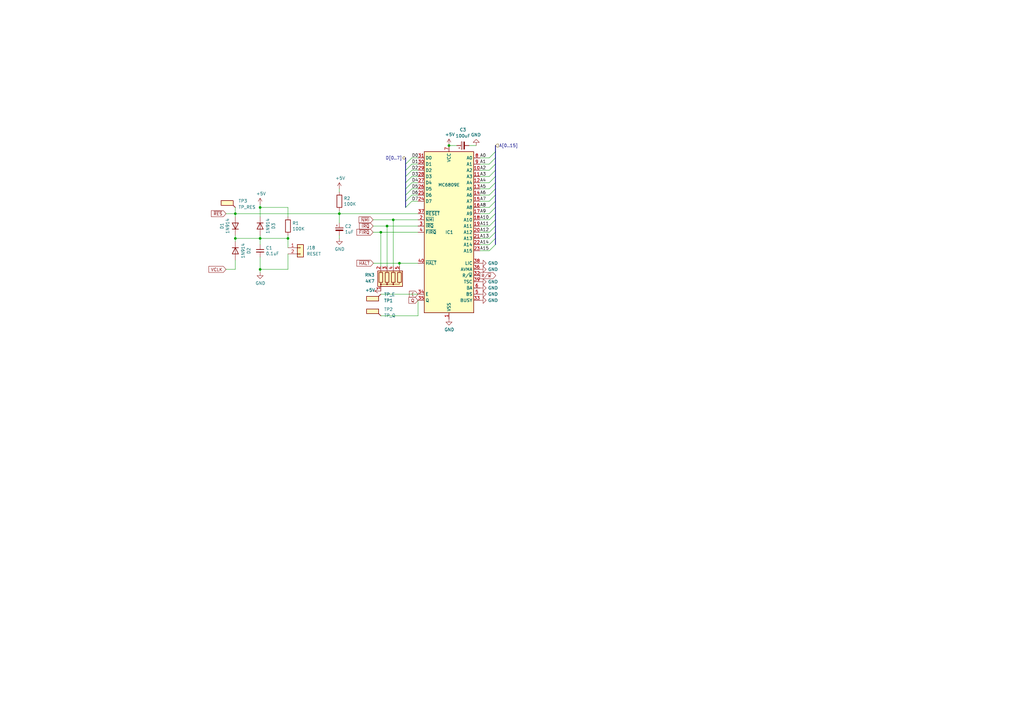
<source format=kicad_sch>
(kicad_sch (version 20231120) (generator "eeschema") (generator_version "8.0")
  (paper "A3")
  (lib_symbols
    (symbol "CPU_NXP_6800:MC6809E"
      (property "Reference" "U" (at -7.62 34.544 0))
      (property "Value" "MC6809E" (at 10.16 34.544 0))
      (symbol "MC6809E_0_1"
        (rectangle (start -10.16 -33.02) (end 10.16 33.02) (stroke (width 0.254)) (fill (type background)))
      )
      (symbol "MC6809E_1_1"
        (pin power_in line (at 0 -35.56 90) (length 2.54) (name "VSS") (number "1"))
        (pin output line (at 12.7 25.4 180) (length 2.54) (name "A2") (number "10"))
        (pin output line (at 12.7 22.86 180) (length 2.54) (name "A3") (number "11"))
        (pin output line (at 12.7 20.32 180) (length 2.54) (name "A4") (number "12"))
        (pin output line (at 12.7 17.78 180) (length 2.54) (name "A5") (number "13"))
        (pin output line (at 12.7 15.24 180) (length 2.54) (name "A6") (number "14"))
        (pin output line (at 12.7 12.7 180) (length 2.54) (name "A7") (number "15"))
        (pin output line (at 12.7 10.16 180) (length 2.54) (name "A8") (number "16"))
        (pin output line (at 12.7 7.62 180) (length 2.54) (name "A9") (number "17"))
        (pin output line (at 12.7 5.08 180) (length 2.54) (name "A10") (number "18"))
        (pin output line (at 12.7 2.54 180) (length 2.54) (name "A11") (number "19"))
        (pin input line (at -12.7 5.08 0) (length 2.54) (name "~{NMI}") (number "2"))
        (pin output line (at 12.7 0 180) (length 2.54) (name "A12") (number "20"))
        (pin output line (at 12.7 -2.54 180) (length 2.54) (name "A13") (number "21"))
        (pin output line (at 12.7 -5.08 180) (length 2.54) (name "A14") (number "22"))
        (pin output line (at 12.7 -7.62 180) (length 2.54) (name "A15") (number "23"))
        (pin bidirectional line (at -12.7 12.7 0) (length 2.54) (name "D7") (number "24"))
        (pin bidirectional line (at -12.7 15.24 0) (length 2.54) (name "D6") (number "25"))
        (pin bidirectional line (at -12.7 17.78 0) (length 2.54) (name "D5") (number "26"))
        (pin bidirectional line (at -12.7 20.32 0) (length 2.54) (name "D4") (number "27"))
        (pin bidirectional line (at -12.7 22.86 0) (length 2.54) (name "D3") (number "28"))
        (pin bidirectional line (at -12.7 25.4 0) (length 2.54) (name "D2") (number "29"))
        (pin input line (at -12.7 2.54 0) (length 2.54) (name "~{IRQ}") (number "3"))
        (pin bidirectional line (at -12.7 27.94 0) (length 2.54) (name "D1") (number "30"))
        (pin bidirectional line (at -12.7 30.48 0) (length 2.54) (name "D0") (number "31"))
        (pin output line (at 12.7 -17.78 180) (length 2.54) (name "R/~{W}") (number "32"))
        (pin output line (at 12.7 -27.94 180) (length 2.54) (name "BUSY") (number "33"))
        (pin input line (at -12.7 -25.4 0) (length 2.54) (name "E") (number "34"))
        (pin input line (at -12.7 -27.94 0) (length 2.54) (name "Q") (number "35"))
        (pin output line (at 12.7 -15.24 180) (length 2.54) (name "AVMA") (number "36"))
        (pin input line (at -12.7 7.62 0) (length 2.54) (name "~{RESET}") (number "37"))
        (pin output line (at 12.7 -12.7 180) (length 2.54) (name "LIC") (number "38"))
        (pin output line (at 12.7 -20.32 180) (length 2.54) (name "TSC") (number "39"))
        (pin input line (at -12.7 0 0) (length 2.54) (name "~{FIRQ}") (number "4"))
        (pin input line (at -12.7 -12.7 0) (length 2.54) (name "~{HALT}") (number "40"))
        (pin output line (at 12.7 -25.4 180) (length 2.54) (name "BS") (number "5"))
        (pin output line (at 12.7 -22.86 180) (length 2.54) (name "BA") (number "6"))
        (pin power_in line (at 0 35.56 270) (length 2.54) (name "VCC") (number "7"))
        (pin output line (at 12.7 30.48 180) (length 2.54) (name "A0") (number "8"))
        (pin output line (at 12.7 27.94 180) (length 2.54) (name "A1") (number "9"))
      )
    )
    (symbol "Connector:TestPoint_Flag" (pin_numbers hide) (pin_names (offset 0.762) hide)
      (property "Reference" "TP" (at 3.429 1.778 0))
      (property "Value" "TestPoint_Flag" (at 3.302 4.191 0))
      (symbol "TestPoint_Flag_0_1"
        (polyline (pts (xy 0 0) (xy 0.889 0.889)) (stroke (width 0.254)))
        (rectangle (start 0.889 2.794) (end 5.842 0.889) (stroke (width 0.254)) (fill (type background)))
      )
      (symbol "TestPoint_Flag_1_1"
        (pin passive line (at 0 0 90) (length 0) (name "1") (number "1"))
      )
    )
    (symbol "Connector_Generic:Conn_01x02" (pin_names (offset 1.016) hide)
      (property "Reference" "J" (at 0 2.54 0))
      (property "Value" "Conn_01x02" (at 0 -5.08 0))
      (symbol "Conn_01x02_1_1"
        (rectangle (start -1.27 -2.413) (end 0 -2.667) (stroke (width 0.1524)))
        (rectangle (start -1.27 0.127) (end 0 -0.127) (stroke (width 0.1524)))
        (rectangle (start -1.27 1.27) (end 1.27 -3.81) (stroke (width 0.254)) (fill (type background)))
        (pin passive line (at -5.08 0 0) (length 3.81) (name "Pin_1") (number "1"))
        (pin passive line (at -5.08 -2.54 0) (length 3.81) (name "Pin_2") (number "2"))
      )
    )
    (symbol "Device:CP_Small" (pin_numbers hide) (pin_names (offset 0.254) hide)
      (property "Reference" "C" (at 0.254 1.778 0))
      (property "Value" "Device_CP_Small" (at 0.254 -2.032 0))
      (symbol "CP_Small_0_1"
        (rectangle (start -1.524 -0.3048) (end 1.524 -0.6858) (fill (type outline)))
        (rectangle (start -1.524 0.6858) (end 1.524 0.3048))
        (polyline (pts (xy -1.27 1.524) (xy -0.762 1.524)))
        (polyline (pts (xy -1.016 1.27) (xy -1.016 1.778)))
      )
      (symbol "CP_Small_1_1"
        (pin passive line (at 0 2.54 270) (length 1.8542) (name "~") (number "1"))
        (pin passive line (at 0 -2.54 90) (length 1.8542) (name "~") (number "2"))
      )
    )
    (symbol "Device:C_Polarized_Small" (pin_numbers hide) (pin_names (offset 0.254) hide)
      (property "Reference" "C" (at 0.254 1.778 0))
      (property "Value" "C_Polarized_Small" (at 0.254 -2.032 0))
      (symbol "C_Polarized_Small_0_1"
        (rectangle (start -1.524 -0.3048) (end 1.524 -0.6858) (fill (type outline)))
        (rectangle (start -1.524 0.6858) (end 1.524 0.3048))
        (polyline (pts (xy -1.27 1.524) (xy -0.762 1.524)))
        (polyline (pts (xy -1.016 1.27) (xy -1.016 1.778)))
      )
      (symbol "C_Polarized_Small_1_1"
        (pin passive line (at 0 2.54 270) (length 1.8542) (name "~") (number "1"))
        (pin passive line (at 0 -2.54 90) (length 1.8542) (name "~") (number "2"))
      )
    )
    (symbol "Device:C_Small" (pin_numbers hide) (pin_names (offset 0.254) hide)
      (property "Reference" "C" (at 0.254 1.778 0))
      (property "Value" "C_Small" (at 0.254 -2.032 0))
      (symbol "C_Small_0_1"
        (polyline (pts (xy -1.524 -0.508) (xy 1.524 -0.508)) (stroke (width 0.3302)))
        (polyline (pts (xy -1.524 0.508) (xy 1.524 0.508)) (stroke (width 0.3048)))
      )
      (symbol "C_Small_1_1"
        (pin passive line (at 0 2.54 270) (length 2.032) (name "~") (number "1"))
        (pin passive line (at 0 -2.54 90) (length 2.032) (name "~") (number "2"))
      )
    )
    (symbol "Device:R" (pin_numbers hide) (pin_names (offset 0))
      (property "Reference" "R" (at 2.032 0 90))
      (property "Value" "R" (at 0 0 90))
      (symbol "R_0_1"
        (rectangle (start -1.016 -2.54) (end 1.016 2.54) (stroke (width 0.254)))
      )
      (symbol "R_1_1"
        (pin passive line (at 0 3.81 270) (length 1.27) (name "~") (number "1"))
        (pin passive line (at 0 -3.81 90) (length 1.27) (name "~") (number "2"))
      )
    )
    (symbol "Device:R_Network04" (pin_names (offset 0) hide)
      (property "Reference" "RN" (at -7.62 0 90))
      (property "Value" "R_Network04" (at 5.08 0 90))
      (symbol "R_Network04_0_1"
        (rectangle (start -6.35 -3.175) (end 3.81 3.175) (stroke (width 0.254)) (fill (type background)))
        (rectangle (start -5.842 1.524) (end -4.318 -2.54) (stroke (width 0.254)))
        (circle (center -5.08 2.286) (radius 0.254) (fill (type outline)))
        (rectangle (start -3.302 1.524) (end -1.778 -2.54) (stroke (width 0.254)))
        (circle (center -2.54 2.286) (radius 0.254) (fill (type outline)))
        (rectangle (start -0.762 1.524) (end 0.762 -2.54) (stroke (width 0.254)))
        (polyline (pts (xy -5.08 -2.54) (xy -5.08 -3.81)))
        (polyline (pts (xy -2.54 -2.54) (xy -2.54 -3.81)))
        (polyline (pts (xy 0 -2.54) (xy 0 -3.81)))
        (polyline (pts (xy 2.54 -2.54) (xy 2.54 -3.81)))
        (polyline (pts (xy -5.08 1.524) (xy -5.08 2.286) (xy -2.54 2.286) (xy -2.54 1.524)))
        (polyline (pts (xy -2.54 1.524) (xy -2.54 2.286) (xy 0 2.286) (xy 0 1.524)))
        (polyline (pts (xy 0 1.524) (xy 0 2.286) (xy 2.54 2.286) (xy 2.54 1.524)))
        (circle (center 0 2.286) (radius 0.254) (fill (type outline)))
        (rectangle (start 1.778 1.524) (end 3.302 -2.54) (stroke (width 0.254)))
      )
      (symbol "R_Network04_1_1"
        (pin passive line (at -5.08 5.08 270) (length 2.54) (name "common") (number "1"))
        (pin passive line (at -5.08 -5.08 90) (length 1.27) (name "R1") (number "2"))
        (pin passive line (at -2.54 -5.08 90) (length 1.27) (name "R2") (number "3"))
        (pin passive line (at 0 -5.08 90) (length 1.27) (name "R3") (number "4"))
        (pin passive line (at 2.54 -5.08 90) (length 1.27) (name "R4") (number "5"))
      )
    )
    (symbol "Diode:1N914" (pin_numbers hide) (pin_names (offset 1.016) hide)
      (property "Reference" "D" (at 0 2.54 0))
      (property "Value" "1N914" (at 0 -2.54 0))
      (symbol "1N914_0_1"
        (polyline (pts (xy -1.27 1.27) (xy -1.27 -1.27)) (stroke (width 0.254)))
        (polyline (pts (xy 1.27 0) (xy -1.27 0)))
        (polyline (pts (xy 1.27 1.27) (xy 1.27 -1.27) (xy -1.27 0) (xy 1.27 1.27)) (stroke (width 0.254)))
      )
      (symbol "1N914_1_1"
        (pin passive line (at -3.81 0 0) (length 2.54) (name "K") (number "1"))
        (pin passive line (at 3.81 0 180) (length 2.54) (name "A") (number "2"))
      )
    )
    (symbol "power:+5V" (power) (pin_names (offset 0))
      (property "Value" "+5V" (at 0 3.556 0))
      (symbol "+5V_0_1"
        (polyline (pts (xy -0.762 1.27) (xy 0 2.54)))
        (polyline (pts (xy 0 0) (xy 0 2.54)))
        (polyline (pts (xy 0 2.54) (xy 0.762 1.27)))
      )
      (symbol "+5V_1_1"
        (pin power_in line (at 0 0 90) (length 0) hide (name "+5V") (number "1"))
      )
    )
    (symbol "power:GND" (power) (pin_names (offset 0))
      (property "Value" "GND" (at 0 -3.81 0))
      (symbol "GND_0_1"
        (polyline (pts (xy 0 0) (xy 0 -1.27) (xy 1.27 -1.27) (xy 0 -2.54) (xy -1.27 -1.27) (xy 0 -1.27)))
      )
      (symbol "GND_1_1"
        (pin power_in line (at 0 0 270) (length 0) hide (name "GND") (number "1"))
      )
    )
  )
  (junction (at 106.68 110.49))
  (junction (at 158.75 92.71))
  (junction (at 96.52 87.63))
  (junction (at 106.68 85.09))
  (junction (at 118.11 97.79))
  (junction (at 139.192 87.63))
  (junction (at 184.15 59.69))
  (junction (at 106.68 97.79))
  (junction (at 161.29 90.17))
  (junction (at 96.52 97.79))
  (junction (at 156.21 95.25))
  (junction (at 163.83 107.95))
  (bus_entry (at 166.37 74.93) (size 2.54 -2.54))
  (bus_entry (at 203.2 95.25) (size -2.54 2.54))
  (bus_entry (at 203.2 85.09) (size -2.54 2.54))
  (bus_entry (at 203.2 64.77) (size -2.54 2.54))
  (bus_entry (at 166.37 85.09) (size 2.54 -2.54))
  (bus_entry (at 203.2 97.79) (size -2.54 2.54))
  (bus_entry (at 203.2 87.63) (size -2.54 2.54))
  (bus_entry (at 203.2 100.33) (size -2.54 2.54))
  (bus_entry (at 166.37 82.55) (size 2.54 -2.54))
  (bus_entry (at 203.2 69.85) (size -2.54 2.54))
  (bus_entry (at 203.2 90.17) (size -2.54 2.54))
  (bus_entry (at 203.2 67.31) (size -2.54 2.54))
  (bus_entry (at 203.2 77.47) (size -2.54 2.54))
  (bus_entry (at 166.37 80.01) (size 2.54 -2.54))
  (bus_entry (at 203.2 62.23) (size -2.54 2.54))
  (bus_entry (at 203.2 80.01) (size -2.54 2.54))
  (bus_entry (at 203.2 92.71) (size -2.54 2.54))
  (bus_entry (at 166.37 77.47) (size 2.54 -2.54))
  (bus_entry (at 166.37 69.85) (size 2.54 -2.54))
  (bus_entry (at 203.2 72.39) (size -2.54 2.54))
  (bus_entry (at 203.2 74.93) (size -2.54 2.54))
  (bus_entry (at 203.2 82.55) (size -2.54 2.54))
  (bus_entry (at 166.37 72.39) (size 2.54 -2.54))
  (bus_entry (at 166.37 67.31) (size 2.54 -2.54))
  (wire (pts (xy 200.66 85.09) (xy 196.85 85.09)))
  (wire (pts (xy 163.83 107.95) (xy 163.83 109.22)))
  (wire (pts (xy 168.91 67.31) (xy 171.45 67.31)))
  (wire (pts (xy 200.66 87.63) (xy 196.85 87.63)))
  (wire (pts (xy 168.91 74.93) (xy 171.45 74.93)))
  (bus (pts (xy 203.2 95.25) (xy 203.2 97.79)))
  (wire (pts (xy 168.91 69.85) (xy 171.45 69.85)))
  (bus (pts (xy 203.2 80.01) (xy 203.2 82.55)))
  (wire (pts (xy 106.68 110.49) (xy 106.68 105.41)))
  (bus (pts (xy 166.37 69.85) (xy 166.37 67.31)))
  (wire (pts (xy 200.66 95.25) (xy 196.85 95.25)))
  (bus (pts (xy 203.2 69.85) (xy 203.2 72.39)))
  (bus (pts (xy 203.2 59.69) (xy 203.2 62.23)))
  (wire (pts (xy 106.68 85.09) (xy 106.68 83.82)))
  (wire (pts (xy 200.66 92.71) (xy 196.85 92.71)))
  (wire (pts (xy 96.52 87.63) (xy 92.71 87.63)))
  (wire (pts (xy 200.66 82.55) (xy 196.85 82.55)))
  (wire (pts (xy 168.91 77.47) (xy 171.45 77.47)))
  (wire (pts (xy 200.66 74.93) (xy 196.85 74.93)))
  (bus (pts (xy 166.37 72.39) (xy 166.37 69.85)))
  (wire (pts (xy 168.91 82.55) (xy 171.45 82.55)))
  (wire (pts (xy 168.91 64.77) (xy 171.45 64.77)))
  (wire (pts (xy 153.035 92.71) (xy 158.75 92.71)))
  (wire (pts (xy 106.68 97.79) (xy 106.68 96.52)))
  (wire (pts (xy 153.035 90.17) (xy 161.29 90.17)))
  (wire (pts (xy 96.52 110.49) (xy 92.71 110.49)))
  (bus (pts (xy 203.2 80.01) (xy 203.2 77.47)))
  (wire (pts (xy 153.162 107.95) (xy 163.83 107.95)))
  (wire (pts (xy 106.68 97.79) (xy 106.68 100.33)))
  (wire (pts (xy 96.52 85.09) (xy 96.52 87.63)))
  (bus (pts (xy 203.2 82.55) (xy 203.2 85.09)))
  (wire (pts (xy 118.11 97.79) (xy 106.68 97.79)))
  (wire (pts (xy 153.035 95.25) (xy 156.21 95.25)))
  (wire (pts (xy 156.21 95.25) (xy 156.21 109.22)))
  (wire (pts (xy 200.66 69.85) (xy 196.85 69.85)))
  (wire (pts (xy 200.66 67.31) (xy 196.85 67.31)))
  (wire (pts (xy 161.29 90.17) (xy 171.45 90.17)))
  (bus (pts (xy 166.37 64.77) (xy 166.37 67.31)))
  (bus (pts (xy 203.2 97.79) (xy 203.2 100.33)))
  (wire (pts (xy 171.45 123.19) (xy 171.45 129.54)))
  (wire (pts (xy 96.52 97.79) (xy 96.52 99.06)))
  (bus (pts (xy 166.37 82.55) (xy 166.37 80.01)))
  (bus (pts (xy 166.37 77.47) (xy 166.37 74.93)))
  (bus (pts (xy 203.2 92.71) (xy 203.2 95.25)))
  (bus (pts (xy 203.2 87.63) (xy 203.2 85.09)))
  (wire (pts (xy 200.66 100.33) (xy 196.85 100.33)))
  (wire (pts (xy 106.68 110.49) (xy 106.68 111.76)))
  (wire (pts (xy 187.325 59.69) (xy 184.15 59.69)))
  (wire (pts (xy 163.83 107.95) (xy 171.45 107.95)))
  (wire (pts (xy 96.52 97.79) (xy 106.68 97.79)))
  (wire (pts (xy 118.11 85.09) (xy 118.11 88.9)))
  (wire (pts (xy 139.192 87.63) (xy 139.192 91.44)))
  (bus (pts (xy 166.37 74.93) (xy 166.37 72.39)))
  (wire (pts (xy 139.192 86.36) (xy 139.192 87.63)))
  (bus (pts (xy 166.37 82.55) (xy 166.37 85.09)))
  (wire (pts (xy 96.52 106.68) (xy 96.52 110.49)))
  (wire (pts (xy 158.75 92.71) (xy 171.45 92.71)))
  (wire (pts (xy 200.66 97.79) (xy 196.85 97.79)))
  (wire (pts (xy 195.326 59.69) (xy 192.405 59.69)))
  (wire (pts (xy 118.11 104.14) (xy 118.11 110.49)))
  (wire (pts (xy 200.66 64.77) (xy 196.85 64.77)))
  (wire (pts (xy 106.68 85.09) (xy 118.11 85.09)))
  (wire (pts (xy 200.66 72.39) (xy 196.85 72.39)))
  (wire (pts (xy 118.11 96.52) (xy 118.11 97.79)))
  (wire (pts (xy 118.11 110.49) (xy 106.68 110.49)))
  (wire (pts (xy 156.21 95.25) (xy 171.45 95.25)))
  (wire (pts (xy 106.68 88.9) (xy 106.68 85.09)))
  (wire (pts (xy 184.15 59.563) (xy 184.15 59.69)))
  (wire (pts (xy 200.66 77.47) (xy 196.85 77.47)))
  (bus (pts (xy 203.2 90.17) (xy 203.2 92.71)))
  (wire (pts (xy 96.52 87.63) (xy 139.192 87.63)))
  (wire (pts (xy 96.52 87.63) (xy 96.52 88.9)))
  (wire (pts (xy 171.45 129.54) (xy 156.21 129.54)))
  (wire (pts (xy 200.66 80.01) (xy 196.85 80.01)))
  (bus (pts (xy 166.37 77.47) (xy 166.37 80.01)))
  (wire (pts (xy 161.29 90.17) (xy 161.29 109.22)))
  (wire (pts (xy 200.66 90.17) (xy 196.85 90.17)))
  (wire (pts (xy 168.91 72.39) (xy 171.45 72.39)))
  (wire (pts (xy 139.192 78.74) (xy 139.192 77.47)))
  (bus (pts (xy 203.2 90.17) (xy 203.2 87.63)))
  (wire (pts (xy 118.11 97.79) (xy 118.11 101.6)))
  (bus (pts (xy 203.2 77.47) (xy 203.2 74.93)))
  (wire (pts (xy 139.192 96.52) (xy 139.192 97.79)))
  (bus (pts (xy 203.2 64.77) (xy 203.2 62.23)))
  (wire (pts (xy 200.66 102.87) (xy 196.85 102.87)))
  (bus (pts (xy 203.2 67.31) (xy 203.2 69.85)))
  (bus (pts (xy 203.2 72.39) (xy 203.2 74.93)))
  (bus (pts (xy 203.2 64.77) (xy 203.2 67.31)))
  (wire (pts (xy 96.52 96.52) (xy 96.52 97.79)))
  (wire (pts (xy 158.75 92.71) (xy 158.75 109.22)))
  (wire (pts (xy 139.192 87.63) (xy 171.45 87.63)))
  (wire (pts (xy 171.45 120.65) (xy 156.21 120.65)))
  (wire (pts (xy 168.91 80.01) (xy 171.45 80.01)))
  (label "A7" (at 196.85 82.55 0))
  (label "A1" (at 196.85 67.31 0))
  (label "A13" (at 196.85 97.79 0))
  (label "A6" (at 196.85 80.01 0))
  (label "D1" (at 168.91 67.31 0))
  (label "A14" (at 196.85 100.33 0))
  (label "A10" (at 196.85 90.17 0))
  (label "A12" (at 196.85 95.25 0))
  (label "A0" (at 196.85 64.77 0))
  (label "D5" (at 168.91 77.47 0))
  (label "D3" (at 168.91 72.39 0))
  (label "A2" (at 196.85 69.85 0))
  (label "D4" (at 168.91 74.93 0))
  (label "D7" (at 168.91 82.55 0))
  (label "A4" (at 196.85 74.93 0))
  (label "A9" (at 196.85 87.63 0))
  (label "A11" (at 196.85 92.71 0))
  (label "A3" (at 196.85 72.39 0))
  (label "D0" (at 168.91 64.77 0))
  (label "A8" (at 196.85 85.09 0))
  (label "A5" (at 196.85 77.47 0))
  (label "D2" (at 168.91 69.85 0))
  (label "D6" (at 168.91 80.01 0))
  (label "A15" (at 196.85 102.87 0))
  (global_label "E" (shape input) (at 171.45 120.65 180) (property "Intersheetrefs" "${INTERSHEET_REFS}" (effects (hide yes))))
  (global_label "~{RES}" (shape input) (at 92.71 87.63 180) (property "Intersheetrefs" "${INTERSHEET_REFS}" (effects (hide yes))))
  (global_label "~{IRQ}" (shape input) (at 153.035 92.71 180) (property "Intersheetrefs" "${INTERSHEET_REFS}" (effects (hide yes))))
  (global_label "R{slash}~{W}" (shape output) (at 196.85 113.03 0) (property "Intersheetrefs" "${INTERSHEET_REFS}" (effects (hide yes))))
  (global_label "VCLK" (shape input) (at 92.71 110.49 180) (property "Intersheetrefs" "${INTERSHEET_REFS}" (effects (hide yes))))
  (global_label "~{HALT}" (shape input) (at 153.162 107.95 180) (property "Intersheetrefs" "${INTERSHEET_REFS}" (effects (hide yes))))
  (global_label "~{NMI}" (shape input) (at 153.035 90.17 180) (property "Intersheetrefs" "${INTERSHEET_REFS}" (effects (hide yes))))
  (global_label "~{FIRQ}" (shape input) (at 153.035 95.25 180) (property "Intersheetrefs" "${INTERSHEET_REFS}" (effects (hide yes))))
  (global_label "Q" (shape input) (at 171.45 123.19 180) (property "Intersheetrefs" "${INTERSHEET_REFS}" (effects (hide yes))))
  (hierarchical_label "D[0..7]" (shape bidirectional) (at 166.37 64.77 180))
  (hierarchical_label "A[0..15]" (shape input) (at 203.2 59.69 0))
  (symbol (lib_id "Device:CP_Small") (at 139.192 93.98 0) (unit 1)
    (property "Reference" "C2" (at 141.4272 92.8116 0) (effects (justify left)))
    (property "Value" "1uF" (at 141.4272 95.123 0) (effects (justify left)))
    (property "Footprint" "Capacitor_SMD:CP_Elec_4x4.5" (effects (hide yes)))
    (property "Datasheet" "https://www.we-online.com/katalog/datasheet/860020772005.pdf" (effects (hide yes)))
    (property "DigiKey" "732-8541-1-ND" (effects (hide yes)))
  )
  (symbol (lib_id "Diode:1N914") (at 106.68 92.71 270) (unit 1)
    (property "Reference" "D3" (at 112.1664 92.71 0))
    (property "Value" "1N914" (at 109.855 92.71 0))
    (property "Footprint" "Diode_SMD:D_SOD-323_HandSoldering" (effects (hide yes)))
    (property "Datasheet" "http://www.vishay.com/docs/85622/1n914.pdf" (effects (hide yes)))
    (property "DigiKey" "1N914FS-ND" (effects (hide yes)))
  )
  (symbol (lib_id "Device:R") (at 118.11 92.71 0) (unit 1)
    (property "Reference" "R1" (at 119.888 91.5416 0) (effects (justify left)))
    (property "Value" "100K" (at 119.888 93.853 0) (effects (justify left)))
    (property "Footprint" "Resistor_SMD:R_0805_2012Metric_Pad1.20x1.40mm_HandSolder" (effects (hide yes)))
    (property "DigiKey" "CF14JT100KCT-ND" (effects (hide yes)))
  )
  (symbol (lib_id "Connector:TestPoint_Flag") (at 96.52 85.09 0) (mirror y) (unit 1)
    (property "Reference" "TP3" (at 97.79 82.4229 0) (effects (justify right)))
    (property "Value" "TP_RES" (at 97.79 84.9629 0) (effects (justify right)))
    (property "Footprint" "TestPoint:TestPoint_Loop_D1.80mm_Drill1.0mm_Beaded" (effects (hide yes)))
    (property "Description" "test point (alternative flag-style design)" (effects (hide yes)))
  )
  (symbol (lib_id "power:GND") (at 196.85 115.57 90) (unit 1)
    (property "Reference" "#PWR013" (effects (hide yes)))
    (property "Value" "GND" (at 200.152 115.5699 90) (effects (justify right)))
  )
  (symbol (lib_id "power:GND") (at 196.85 118.11 90) (unit 1)
    (property "Reference" "#PWR014" (effects (hide yes)))
    (property "Value" "GND" (at 200.152 118.1099 90) (effects (justify right)))
  )
  (symbol (lib_id "Device:C_Small") (at 106.68 102.87 0) (unit 1)
    (property "Reference" "C1" (at 109.0168 101.7016 0) (effects (justify left)))
    (property "Value" "0.1uF" (at 109.0168 104.013 0) (effects (justify left)))
    (property "Footprint" "Capacitor_SMD:C_0805_2012Metric_Pad1.18x1.45mm_HandSolder" (effects (hide yes)))
    (property "Datasheet" "https://www.vishay.com/docs/45171/kseries.pdf" (effects (hide yes)))
    (property "DigiKey" "BC1101CT-ND" (effects (hide yes)))
  )
  (symbol (lib_id "power:GND") (at 195.326 59.69 180) (unit 1)
    (property "Reference" "#PWR010" (effects (hide yes)))
    (property "Value" "GND" (at 195.199 55.2958 0))
  )
  (symbol (lib_id "Diode:1N914") (at 96.52 102.87 270) (unit 1)
    (property "Reference" "D2" (at 102.0064 102.87 0))
    (property "Value" "1N914" (at 99.695 102.87 0))
    (property "Footprint" "Diode_SMD:D_SOD-323_HandSoldering" (effects (hide yes)))
    (property "Datasheet" "http://www.vishay.com/docs/85622/1n914.pdf" (effects (hide yes)))
    (property "DigiKey" "1N914FS-ND" (effects (hide yes)))
  )
  (symbol (lib_id "power:GND") (at 196.85 120.65 90) (unit 1)
    (property "Reference" "#PWR015" (effects (hide yes)))
    (property "Value" "GND" (at 200.152 120.6499 90) (effects (justify right)))
  )
  (symbol (lib_id "Connector:TestPoint_Flag") (at 156.21 120.65 180) (unit 1)
    (property "Reference" "TP1" (at 157.48 123.3171 0) (effects (justify right)))
    (property "Value" "TP_E" (at 157.48 120.7771 0) (effects (justify right)))
    (property "Footprint" "TestPoint:TestPoint_Loop_D1.80mm_Drill1.0mm_Beaded" (effects (hide yes)))
    (property "Description" "test point (alternative flag-style design)" (effects (hide yes)))
  )
  (symbol (lib_id "power:GND") (at 196.85 123.19 90) (unit 1)
    (property "Reference" "#PWR016" (effects (hide yes)))
    (property "Value" "GND" (at 200.152 123.1899 90) (effects (justify right)))
  )
  (symbol (lib_id "power:+5V") (at 106.68 83.82 0) (unit 1)
    (property "Reference" "#PWR03" (effects (hide yes)))
    (property "Value" "+5V" (at 107.061 79.4258 0))
  )
  (symbol (lib_id "power:GND") (at 139.192 97.79 0) (unit 1)
    (property "Reference" "#PWR06" (effects (hide yes)))
    (property "Value" "GND" (at 139.319 102.1842 0))
  )
  (symbol (lib_id "Connector_Generic:Conn_01x02") (at 123.19 101.6 0) (unit 1)
    (property "Reference" "J18" (at 125.73 101.5999 0) (effects (justify left)))
    (property "Value" "RESET" (at 125.73 104.1399 0) (effects (justify left)))
    (property "Footprint" "Connector_PinHeader_2.54mm:PinHeader_1x02_P2.54mm_Vertical" (effects (hide yes)))
    (property "Description" "Generic connector, single row, 01x02, script generated (kicad-library-utils/schlib/autogen/connector/)" (effects (hide yes)))
  )
  (symbol (lib_id "power:+5V") (at 156.21 119.38 90) (unit 1)
    (property "Reference" "#PWR07" (effects (hide yes)))
    (property "Value" "+5V" (at 151.8158 118.999 90))
  )
  (symbol (lib_id "power:GND") (at 106.68 111.76 0) (unit 1)
    (property "Reference" "#PWR04" (effects (hide yes)))
    (property "Value" "GND" (at 106.807 116.1542 0))
  )
  (symbol (lib_id "Device:R_Network04") (at 161.29 114.3 0) (mirror x) (unit 1)
    (property "Reference" "RN3" (at 153.67 112.7759 0) (effects (justify right)))
    (property "Value" "4K7" (at 153.67 115.3159 0) (effects (justify right)))
    (property "Footprint" "Resistor_THT:R_Array_SIP5" (effects (hide yes)))
    (property "Datasheet" "http://www.vishay.com/docs/31509/csc.pdf" (effects (hide yes)))
    (property "Description" "4 resistor network, star topology, bussed resistors, small symbol" (effects (hide yes)))
  )
  (symbol (lib_id "power:GND") (at 184.15 130.81 0) (unit 1)
    (property "Reference" "#PWR09" (effects (hide yes)))
    (property "Value" "GND" (at 184.277 135.2042 0))
  )
  (symbol (lib_id "power:GND") (at 196.85 110.49 90) (unit 1)
    (property "Reference" "#PWR012" (effects (hide yes)))
    (property "Value" "GND" (at 200.152 110.4899 90) (effects (justify right)))
  )
  (symbol (lib_id "Device:R") (at 139.192 82.55 0) (unit 1)
    (property "Reference" "R2" (at 140.97 81.3816 0) (effects (justify left)))
    (property "Value" "100K" (at 140.97 83.693 0) (effects (justify left)))
    (property "Footprint" "Resistor_SMD:R_0805_2012Metric_Pad1.20x1.40mm_HandSolder" (effects (hide yes)))
    (property "DigiKey" "CF14JT100KCT-ND" (effects (hide yes)))
  )
  (symbol (lib_id "Device:C_Polarized_Small") (at 189.865 59.69 90) (unit 1)
    (property "Reference" "C3" (at 189.8713 53.213 90))
    (property "Value" "100uF" (at 189.8713 55.753 90))
    (property "Footprint" "Capacitor_SMD:CP_Elec_5x5.3" (effects (hide yes)))
    (property "Datasheet" "https://www.we-online.com/katalog/datasheet/860010372006.pdf" (effects (hide yes)))
    (property "DigiKey" "732-8598-1-ND" (effects (hide yes)))
  )
  (symbol (lib_id "Diode:1N914") (at 96.52 92.71 90) (unit 1)
    (property "Reference" "D1" (at 91.0336 92.71 0))
    (property "Value" "1N914" (at 93.345 92.71 0))
    (property "Footprint" "Diode_SMD:D_SOD-323_HandSoldering" (effects (hide yes)))
    (property "Datasheet" "http://www.vishay.com/docs/85622/1n914.pdf" (effects (hide yes)))
    (property "DigiKey" "1N914FS-ND" (effects (hide yes)))
  )
  (symbol (lib_id "Connector:TestPoint_Flag") (at 156.21 129.54 0) (mirror y) (unit 1)
    (property "Reference" "TP2" (at 157.48 126.8729 0) (effects (justify right)))
    (property "Value" "TP_Q" (at 157.48 129.4129 0) (effects (justify right)))
    (property "Footprint" "TestPoint:TestPoint_Loop_D1.80mm_Drill1.0mm_Beaded" (effects (hide yes)))
    (property "Description" "test point (alternative flag-style design)" (effects (hide yes)))
  )
  (symbol (lib_id "CPU_NXP_6800:MC6809E") (at 184.15 95.25 0) (unit 1)
    (property "Reference" "IC1" (at 184.277 95.25 0))
    (property "Value" "MC6809E" (at 184.15 75.819 0))
    (property "Footprint" "Package_DIP:DIP-40_W15.24mm" (effects (hide yes)))
    (property "Datasheet" "http://pdf.datasheetcatalog.com/datasheet/motorola/MC68B09S.pdf" (effects (hide yes)))
    (property "Note" "donor" (effects (hide yes)))
    (property "SA2120" "Sheet 1" (effects (hide yes)))
  )
  (symbol (lib_id "power:+5V") (at 139.192 77.47 0) (unit 1)
    (property "Reference" "#PWR05" (effects (hide yes)))
    (property "Value" "+5V" (at 139.573 73.0758 0))
  )
  (symbol (lib_id "power:+5V") (at 184.15 59.563 0) (unit 1)
    (property "Reference" "#PWR08" (effects (hide yes)))
    (property "Value" "+5V" (at 184.531 55.1688 0))
  )
  (symbol (lib_id "power:GND") (at 196.85 107.95 90) (unit 1)
    (property "Reference" "#PWR011" (effects (hide yes)))
    (property "Value" "GND" (at 200.152 107.9499 90) (effects (justify right)))
  )
)
</source>
